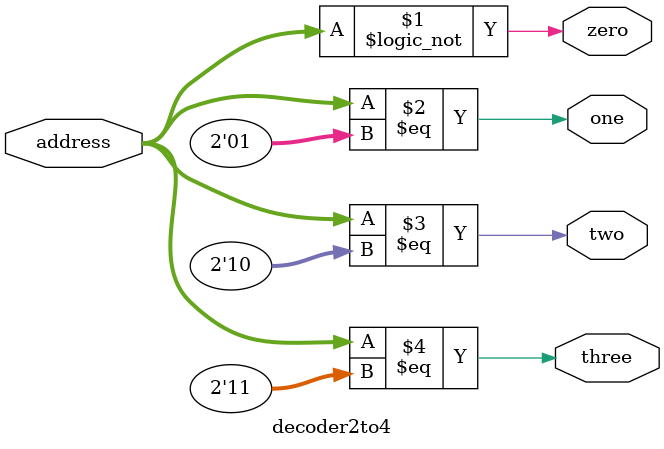
<source format=v>

/* Overly ambitious
module mux(
	input [BITS-1:0]select,
	input [DATAWIDTH-1:0]in[1 << BITS:1],
	output [DATAWIDTH-1:0]out);
	
	parameter BITS = 1;
	parameter DATAWIDTH = 1;
	
	wire [1 << BITS:0]tmp;
	
	genvar i, j, k;
	generate
		for (i = 0; i < DATAWIDTH; i = i + 1) begin:MUXTREE
			for (j = 0; j < BITS; j = j + 1) begin:TREELAYER
				for (k = 0; k < (1 << j); k = k + 1) begin:TREELEAF
					basicmux decision(select[j], tmp[
		
endmodule
*/

module basicmux(
	input select,
	input d0,
	input d1,
	output q);
	
	assign q = select ? d1 : d0;
endmodule

module decoder2to4(
	input [1:0]address,
	output zero,
	output one,
	output two,
	output three);

	assign zero = address == 2'b00;
	assign one = address == 2'b01;
	assign two = address == 2'b10;
	assign three = address == 2'b11;
endmodule

</source>
